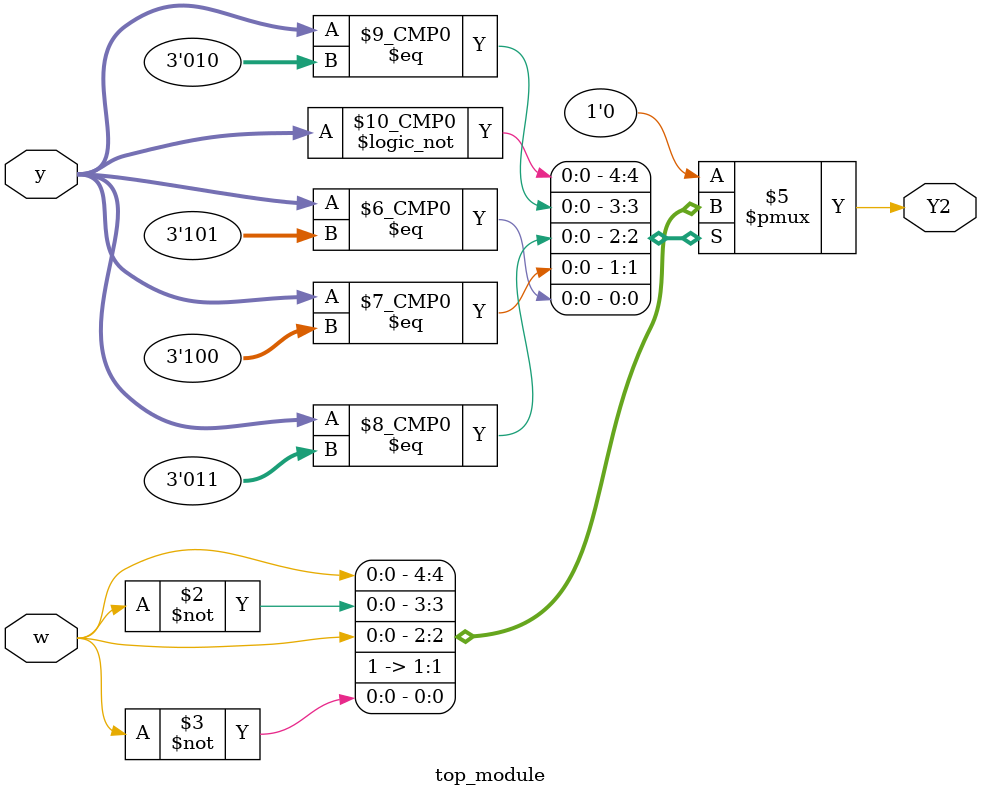
<source format=sv>
module top_module(
    input [3:1] y,
    input w,
    output reg Y2);

    always @(*) begin
        case (y)
            3'b000: Y2 = w; // State A
            3'b001: Y2 = 1'b0; // State B
            3'b010: Y2 = ~w; // State C
            3'b011: Y2 = w; // State D
            3'b100: Y2 = 1'b1; // State E
            3'b101: Y2 = ~w; // State F
            default: Y2 = 1'b0;
        endcase
    end

endmodule

</source>
